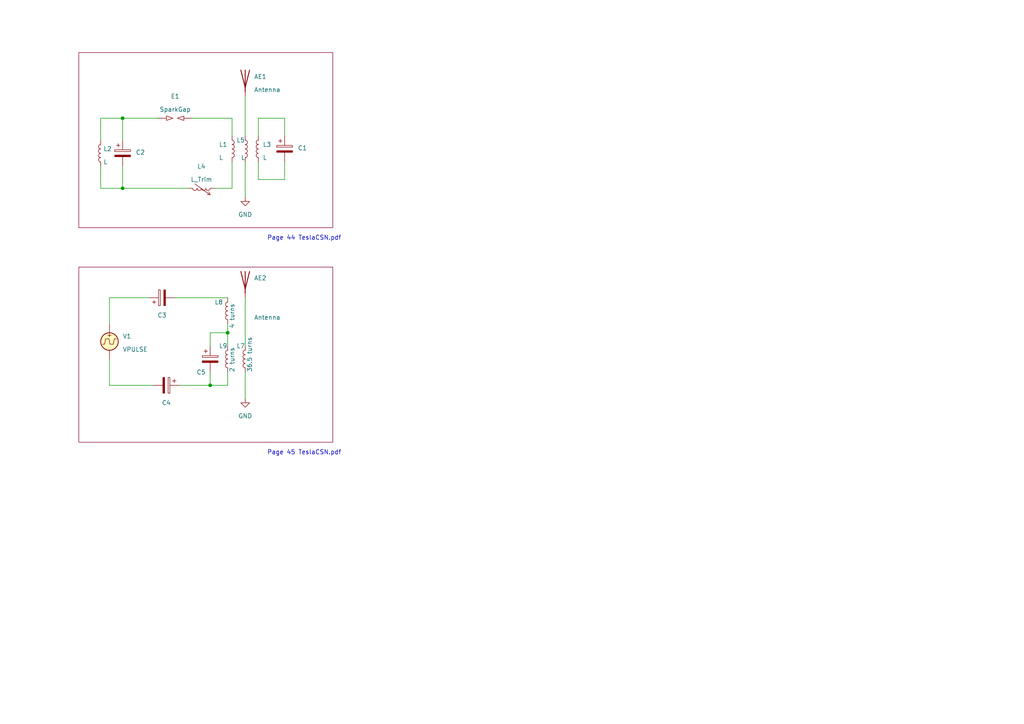
<source format=kicad_sch>
(kicad_sch (version 20221004) (generator eeschema)
  (paper "A4")
  (title_block (title "Tesla HF") (date "2022-10-27"))
  (lib_symbols
    (symbol "Device:Antenna" (pin_numbers hide) (pin_names (offset 1.016) hide)
      (property "Reference" "AE" (at -1.905 1.905 0))
      (property "Value" "Antenna" (at -1.905 0 0))
      (symbol "Antenna_0_1"
        (polyline (pts (xy 0 2.54) (xy 0 -3.81)) (stroke (width 0.254)))
        (polyline (pts (xy 1.27 2.54) (xy 0 -2.54) (xy -1.27 2.54)) (stroke (width 0.254)))
      )
      (symbol "Antenna_1_1"
        (pin input line (at 0 -5.08 90) (length 2.54) (name "A") (number "1"))
      )
    )
    (symbol "Device:C_Polarized" (pin_numbers hide) (pin_names (offset 0.254))
      (property "Reference" "C" (at 0.635 2.54 0))
      (property "Value" "C_Polarized" (at 0.635 -2.54 0))
      (symbol "C_Polarized_0_1"
        (rectangle (start -2.286 0.508) (end 2.286 1.016))
        (polyline (pts (xy -1.778 2.286) (xy -0.762 2.286)))
        (polyline (pts (xy -1.27 2.794) (xy -1.27 1.778)))
        (rectangle (start 2.286 -0.508) (end -2.286 -1.016) (fill (type outline)))
      )
      (symbol "C_Polarized_1_1"
        (pin passive line (at 0 3.81 270) (length 2.794) (name "~") (number "1"))
        (pin passive line (at 0 -3.81 90) (length 2.794) (name "~") (number "2"))
      )
    )
    (symbol "Device:L" (pin_numbers hide) (pin_names (offset 1.016) hide)
      (property "Reference" "L" (at -1.27 0 90))
      (property "Value" "L" (at 1.905 0 90))
      (symbol "L_0_1"
        (arc (start 0 -2.54) (mid 0.6323 -1.905) (end 0 -1.27))
        (arc (start 0 -1.27) (mid 0.6323 -0.635) (end 0 0))
        (arc (start 0 0) (mid 0.6323 0.635) (end 0 1.27))
        (arc (start 0 1.27) (mid 0.6323 1.905) (end 0 2.54))
      )
      (symbol "L_1_1"
        (pin passive line (at 0 3.81 270) (length 1.27) (name "1") (number "1"))
        (pin passive line (at 0 -3.81 90) (length 1.27) (name "2") (number "2"))
      )
    )
    (symbol "Device:L_Trim" (pin_numbers hide) (pin_names (offset 1.016) hide)
      (property "Reference" "L" (at -1.905 0 90))
      (property "Value" "L_Trim" (at 3.175 0 90))
      (symbol "L_Trim_0_1"
        (arc (start 0 -2.54) (mid 0.6323 -1.905) (end 0 -1.27))
        (arc (start 0 -1.27) (mid 0.6323 -0.635) (end 0 0))
        (polyline (pts (xy -1.27 -1.905) (xy 1.905 2.54)))
        (polyline (pts (xy 1.905 2.54) (xy 1.016 2.159)))
        (polyline (pts (xy 1.905 2.54) (xy 1.778 1.651)))
        (arc (start 0 0) (mid 0.6323 0.635) (end 0 1.27))
        (arc (start 0 1.27) (mid 0.6323 1.905) (end 0 2.54))
      )
      (symbol "L_Trim_1_1"
        (pin passive line (at 0 3.81 270) (length 1.27) (name "1") (number "1"))
        (pin passive line (at 0 -3.81 90) (length 1.27) (name "2") (number "2"))
      )
    )
    (symbol "Device:SparkGap" (pin_numbers hide) (pin_names (offset 0))
      (property "Reference" "E" (at 0 2.032 0))
      (property "Value" "SparkGap" (at 0 -1.905 0))
      (symbol "SparkGap_0_1"
        (polyline (pts (xy -2.54 0.635) (xy -2.54 -0.635) (xy -0.635 0) (xy -2.54 0.635)))
        (polyline (pts (xy 2.54 0.635) (xy 2.54 -0.635) (xy 0.635 0) (xy 2.54 0.635)))
      )
      (symbol "SparkGap_1_1"
        (pin passive line (at -5.08 0 0) (length 2.54) (name "~") (number "1"))
        (pin passive line (at 5.08 0 180) (length 2.54) (name "~") (number "2"))
      )
    )
    (symbol "Simulation_SPICE:VPULSE" (pin_numbers hide) (pin_names (offset 0.0254))
      (property "Reference" "V" (at 2.54 2.54 0))
      (property "Value" "VPULSE" (at 2.54 0 0))
      (property "Spice_Model" "pulse(0 1 2n 2n 2n 50n 100n)" (at 2.54 -2.54 0))
      (symbol "VPULSE_0_0"
        (polyline (pts (xy -2.032 -0.762) (xy -1.397 -0.762) (xy -1.143 0.762) (xy -0.127 0.762) (xy 0.127 -0.762) (xy 1.143 -0.762) (xy 1.397 0.762) (xy 2.032 0.762)))
        (text "+" (at 0 1.905 0) (effects (font (size 1.27 1.27))))
      )
      (symbol "VPULSE_0_1"
        (circle (center 0 0) (radius 2.54) (stroke (width 0.254)) (fill (type background)))
      )
      (symbol "VPULSE_1_1"
        (pin passive line (at 0 5.08 270) (length 2.54) (name "~") (number "1"))
        (pin passive line (at 0 -5.08 90) (length 2.54) (name "~") (number "2"))
      )
    )
    (symbol "power:GND" (power) (pin_names (offset 0))
      (property "Value" "GND" (at 0 -3.81 0))
      (symbol "GND_0_1"
        (polyline (pts (xy 0 0) (xy 0 -1.27) (xy 1.27 -1.27) (xy 0 -2.54) (xy -1.27 -1.27) (xy 0 -1.27)))
      )
      (symbol "GND_1_1"
        (pin power_in line (at 0 0 270) (length 0) hide (name "GND") (number "1"))
      )
    )
  )
  (junction (at 60.96 111.76))
  (junction (at 35.56 54.61))
  (junction (at 35.56 34.29))
  (junction (at 66.04 96.52))
  (wire (pts (xy 52.07 111.76) (xy 60.96 111.76)))
  (wire (pts (xy 74.93 39.37) (xy 74.93 34.29)))
  (wire (pts (xy 71.12 86.36) (xy 71.12 100.33)))
  (wire (pts (xy 35.56 34.29) (xy 35.56 40.64)))
  (wire (pts (xy 60.96 100.33) (xy 60.96 96.52)))
  (wire (pts (xy 45.72 34.29) (xy 35.56 34.29)))
  (wire (pts (xy 66.04 93.98) (xy 66.04 96.52)))
  (wire (pts (xy 54.61 54.61) (xy 35.56 54.61)))
  (wire (pts (xy 31.75 86.36) (xy 31.75 93.98)))
  (wire (pts (xy 71.12 46.99) (xy 71.12 57.15)))
  (wire (pts (xy 29.21 48.26) (xy 29.21 54.61)))
  (wire (pts (xy 66.04 111.76) (xy 60.96 111.76)))
  (wire (pts (xy 31.75 104.14) (xy 31.75 111.76)))
  (wire (pts (xy 29.21 40.64) (xy 29.21 34.29)))
  (wire (pts (xy 29.21 34.29) (xy 35.56 34.29)))
  (wire (pts (xy 50.8 86.36) (xy 66.04 86.36)))
  (wire (pts (xy 82.55 39.37) (xy 82.55 34.29)))
  (wire (pts (xy 67.31 54.61) (xy 62.23 54.61)))
  (wire (pts (xy 71.12 115.57) (xy 71.12 107.95)))
  (wire (pts (xy 66.04 107.95) (xy 66.04 111.76)))
  (wire (pts (xy 82.55 52.07) (xy 82.55 46.99)))
  (wire (pts (xy 35.56 54.61) (xy 29.21 54.61)))
  (wire (pts (xy 66.04 96.52) (xy 66.04 100.33)))
  (wire (pts (xy 74.93 52.07) (xy 82.55 52.07)))
  (wire (pts (xy 67.31 46.99) (xy 67.31 54.61)))
  (wire (pts (xy 31.75 111.76) (xy 44.45 111.76)))
  (wire (pts (xy 74.93 46.99) (xy 74.93 52.07)))
  (wire (pts (xy 60.96 96.52) (xy 66.04 96.52)))
  (wire (pts (xy 43.18 86.36) (xy 31.75 86.36)))
  (wire (pts (xy 55.88 34.29) (xy 67.31 34.29)))
  (wire (pts (xy 35.56 48.26) (xy 35.56 54.61)))
  (wire (pts (xy 60.96 111.76) (xy 60.96 107.95)))
  (wire (pts (xy 74.93 34.29) (xy 82.55 34.29)))
  (wire (pts (xy 67.31 34.29) (xy 67.31 39.37)))
  (wire (pts (xy 71.12 27.94) (xy 71.12 39.37)))
  (rectangle (start 22.86 77.47) (end 96.52 128.27) (stroke (width 0) (color 133 0 51 1)))
  (rectangle (start 22.86 15.24) (end 96.52 66.04) (stroke (width 0) (color 133 0 51 1)))
  (text "Page 44 TeslaCSN.pdf" (at 77.47 69.85 0) (effects (font (size 1.27 1.27)) (justify left bottom)))
  (text "Page 45 TeslaCSN.pdf" (at 77.47 132.08 0) (effects (font (size 1.27 1.27)) (justify left bottom)))
  (symbol (lib_id "Device:C_Polarized") (at 35.56 44.45 0) (unit 1)
    (property "Reference" "C2" (at 39.37 44.196 0) (effects (justify left)))
    (property "Value" "C_Polarized" (effects hide))
  )
  (symbol (lib_id "Device:L") (at 29.21 44.45 180) (unit 1)
    (property "Reference" "L2" (at 29.972 43.18 0) (effects (justify right)))
    (property "Value" "L" (at 29.972 46.99 0) (effects (justify right)))
  )
  (symbol (lib_id "Device:L") (at 74.93 43.18 180) (unit 1)
    (property "Reference" "L3" (at 76.2 41.91 0) (effects (justify right)))
    (property "Value" "L" (at 76.2 45.72 0) (effects (justify right)))
  )
  (symbol (lib_id "Device:C_Polarized") (at 82.55 43.18 0) (unit 1)
    (property "Reference" "C1" (at 86.36 42.926 0) (effects (justify left)))
    (property "Value" "C_Polarized" (effects hide))
  )
  (symbol (lib_id "Device:L") (at 66.04 90.17 180) (unit 1)
    (property "Reference" "L8" (at 62.23 87.63 0) (effects (justify right)))
    (property "Value" "4 turns" (at 67.31 95.25 90) (effects (justify right)))
  )
  (symbol (lib_id "Device:L_Trim") (at 58.42 54.61 270) (unit 1)
    (property "Reference" "L4" (at 58.42 48.26 90))
    (property "Value" "L_Trim" (at 58.42 52.07 90))
  )
  (symbol (lib_id "Device:C_Polarized") (at 48.26 111.76 270) (unit 1)
    (property "Reference" "C4" (at 48.26 116.84 90))
    (property "Value" "C_Polarized" (effects hide))
  )
  (symbol (lib_id "Simulation_SPICE:VPULSE") (at 31.75 99.06 0) (unit 1)
    (property "Reference" "V1" (at 35.56 97.53 0) (effects (justify left)))
    (property "Value" "VPULSE" (at 35.56 101.34 0) (effects (justify left)))
    (property "Spice_Netlist_Enabled" "Y" (effects hide))
    (property "Spice_Primitive" "V" (effects hide))
    (property "Spice_Model" "pulse(0 1 2n 2n 2n 50n 100n)" (effects hide))
  )
  (symbol (lib_id "Device:Antenna") (at 71.12 81.28 0) (unit 1)
    (property "Reference" "AE2" (at 73.66 80.645 0) (effects (justify left)))
    (property "Value" "Antenna" (at 73.66 92.075 0) (effects (justify left)))
  )
  (symbol (lib_id "power:GND") (at 71.12 115.57 0) (unit 1)
    (property "Reference" "#PWR?" (effects hide))
    (property "Value" "GND" (at 71.12 120.65 0))
  )
  (symbol (lib_id "Device:C_Polarized") (at 60.96 104.14 0) (unit 1)
    (property "Reference" "C5" (at 59.69 107.95 0) (effects (justify right)))
    (property "Value" "C_Polarized" (effects hide))
  )
  (symbol (lib_id "Device:L") (at 71.12 104.14 180) (unit 1)
    (property "Reference" "L7" (at 68.58 100.33 0) (effects (justify right)))
    (property "Value" "36.5 turns" (at 72.39 107.95 90) (effects (justify right)))
  )
  (symbol (lib_id "Device:L") (at 67.31 43.18 0) (unit 1)
    (property "Reference" "L1" (at 63.5 41.91 0) (effects (justify left)))
    (property "Value" "L" (at 63.5 45.72 0) (effects (justify left)))
  )
  (symbol (lib_id "Device:C_Polarized") (at 46.99 86.36 90) (unit 1)
    (property "Reference" "C3" (at 46.99 91.44 90))
    (property "Value" "C_Polarized" (effects hide))
  )
  (symbol (lib_id "Device:Antenna") (at 71.12 22.86 0) (unit 1)
    (property "Reference" "AE1" (at 73.66 22.225 0) (effects (justify left)))
    (property "Value" "Antenna" (at 73.66 26.035 0) (effects (justify left)))
  )
  (symbol (lib_id "Device:L") (at 71.12 43.18 0) (unit 1)
    (property "Reference" "L5" (at 68.58 40.64 0) (effects (justify left)))
    (property "Value" "L" (at 69.85 45.72 0) (effects (justify left)))
  )
  (symbol (lib_id "Device:SparkGap") (at 50.8 34.29 0) (unit 1)
    (property "Reference" "E1" (at 50.8 27.94 0))
    (property "Value" "SparkGap" (at 50.8 31.75 0))
  )
  (symbol (lib_id "Device:L") (at 66.04 104.14 180) (unit 1)
    (property "Reference" "L9" (at 63.5 100.33 0) (effects (justify right)))
    (property "Value" "2 turns" (at 67.31 107.95 90) (effects (justify right)))
  )
  (symbol (lib_id "power:GND") (at 71.12 57.15 0) (unit 1)
    (property "Reference" "#PWR?" (effects hide))
    (property "Value" "GND" (at 71.12 62.23 0))
  )
)
</source>
